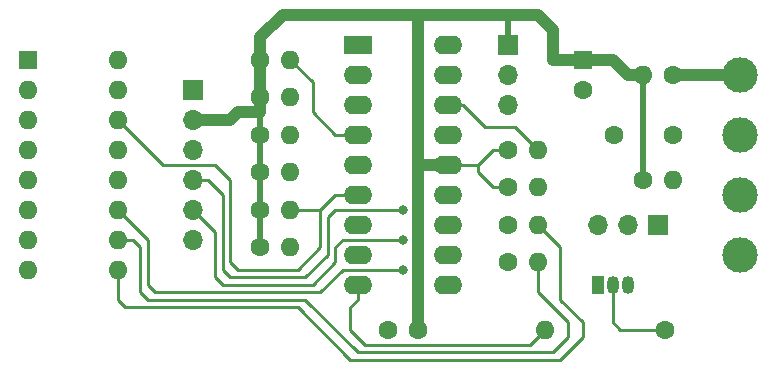
<source format=gbr>
%TF.GenerationSoftware,KiCad,Pcbnew,7.0.10*%
%TF.CreationDate,2025-08-08T15:07:21-06:00*%
%TF.ProjectId,Speedo,53706565-646f-42e6-9b69-6361645f7063,1.00*%
%TF.SameCoordinates,Original*%
%TF.FileFunction,Copper,L1,Top*%
%TF.FilePolarity,Positive*%
%FSLAX46Y46*%
G04 Gerber Fmt 4.6, Leading zero omitted, Abs format (unit mm)*
G04 Created by KiCad (PCBNEW 7.0.10) date 2025-08-08 15:07:21*
%MOMM*%
%LPD*%
G01*
G04 APERTURE LIST*
%TA.AperFunction,ComponentPad*%
%ADD10C,1.600000*%
%TD*%
%TA.AperFunction,ComponentPad*%
%ADD11O,1.600000X1.600000*%
%TD*%
%TA.AperFunction,ComponentPad*%
%ADD12R,1.700000X1.700000*%
%TD*%
%TA.AperFunction,ComponentPad*%
%ADD13O,1.700000X1.700000*%
%TD*%
%TA.AperFunction,ComponentPad*%
%ADD14R,1.600000X1.600000*%
%TD*%
%TA.AperFunction,ComponentPad*%
%ADD15C,3.000000*%
%TD*%
%TA.AperFunction,ComponentPad*%
%ADD16R,2.400000X1.600000*%
%TD*%
%TA.AperFunction,ComponentPad*%
%ADD17O,2.400000X1.600000*%
%TD*%
%TA.AperFunction,ComponentPad*%
%ADD18R,1.050000X1.500000*%
%TD*%
%TA.AperFunction,ComponentPad*%
%ADD19O,1.050000X1.500000*%
%TD*%
%TA.AperFunction,ViaPad*%
%ADD20C,0.800000*%
%TD*%
%TA.AperFunction,Conductor*%
%ADD21C,0.500000*%
%TD*%
%TA.AperFunction,Conductor*%
%ADD22C,1.000000*%
%TD*%
%TA.AperFunction,Conductor*%
%ADD23C,0.250000*%
%TD*%
G04 APERTURE END LIST*
D10*
%TO.P,R5,1*%
%TO.N,+5V*%
X93345000Y-98425000D03*
D11*
%TO.P,R5,2*%
%TO.N,Net-(U1-RA3)*%
X95885000Y-98425000D03*
%TD*%
D12*
%TO.P,Hdr3,1,Pin_1*%
%TO.N,+5V*%
X114300000Y-81280000D03*
D13*
%TO.P,Hdr3,2,Pin_2*%
%TO.N,Net-(Hdr3-Pin_2)*%
X114300000Y-83820000D03*
%TO.P,Hdr3,3,Pin_3*%
%TO.N,GND*%
X114300000Y-86360000D03*
%TD*%
D14*
%TO.P,C3,1*%
%TO.N,+5V*%
X120650000Y-82590000D03*
D10*
%TO.P,C3,2*%
%TO.N,GND*%
X120650000Y-85090000D03*
%TD*%
D12*
%TO.P,Hdr1,1,Pin_1*%
%TO.N,Net-(Hdr1-Pin_1)*%
X87630000Y-85090000D03*
D13*
%TO.P,Hdr1,2,Pin_2*%
%TO.N,+5V*%
X87630000Y-87630000D03*
%TO.P,Hdr1,3,Pin_3*%
%TO.N,GND*%
X87630000Y-90170000D03*
%TO.P,Hdr1,4,Pin_4*%
%TO.N,Net-(Hdr1-Pin_4)*%
X87630000Y-92710000D03*
%TO.P,Hdr1,5,Pin_5*%
%TO.N,Net-(Hdr1-Pin_5)*%
X87630000Y-95250000D03*
%TO.P,Hdr1,6,Pin_6*%
%TO.N,unconnected-(Hdr1-Pin_6-Pad6)*%
X87630000Y-97790000D03*
%TD*%
D10*
%TO.P,C1,1*%
%TO.N,Net-(Hdr2-Pin_1)*%
X123270000Y-88900000D03*
%TO.P,C1,2*%
%TO.N,GND*%
X128270000Y-88900000D03*
%TD*%
%TO.P,R1,1*%
%TO.N,+5V*%
X114300000Y-93345000D03*
D11*
%TO.P,R1,2*%
%TO.N,Net-(U1-OSC2{slash}RA6)*%
X116840000Y-93345000D03*
%TD*%
D15*
%TO.P,TP2,1,1*%
%TO.N,GND*%
X133985000Y-88960000D03*
%TD*%
D10*
%TO.P,C2,1*%
%TO.N,+5V*%
X106660000Y-105410000D03*
%TO.P,C2,2*%
%TO.N,GND*%
X104160000Y-105410000D03*
%TD*%
%TO.P,R3,1*%
%TO.N,+5V*%
X93345000Y-82550000D03*
D11*
%TO.P,R3,2*%
%TO.N,Net-(Hdr1-Pin_1)*%
X95885000Y-82550000D03*
%TD*%
D14*
%TO.P,SW1,1*%
%TO.N,GND*%
X73660000Y-82550000D03*
D11*
%TO.P,SW1,2*%
X73660000Y-85090000D03*
%TO.P,SW1,3*%
X73660000Y-87630000D03*
%TO.P,SW1,4*%
X73660000Y-90170000D03*
%TO.P,SW1,5*%
X73660000Y-92710000D03*
%TO.P,SW1,6*%
X73660000Y-95250000D03*
%TO.P,SW1,7*%
X73660000Y-97790000D03*
%TO.P,SW1,8*%
X73660000Y-100330000D03*
%TO.P,SW1,9*%
%TO.N,Net-(R9-Pad2)*%
X81280000Y-100330000D03*
%TO.P,SW1,10*%
%TO.N,Net-(R10-Pad2)*%
X81280000Y-97790000D03*
%TO.P,SW1,11*%
%TO.N,Net-(U1-RB5)*%
X81280000Y-95250000D03*
%TO.P,SW1,12*%
%TO.N,Net-(U1-RA4)*%
X81280000Y-92710000D03*
%TO.P,SW1,13*%
%TO.N,Net-(U1-RA3)*%
X81280000Y-90170000D03*
%TO.P,SW1,14*%
%TO.N,Net-(U1-RA2)*%
X81280000Y-87630000D03*
%TO.P,SW1,15*%
%TO.N,Net-(U1-RA1)*%
X81280000Y-85090000D03*
%TO.P,SW1,16*%
%TO.N,Net-(U1-RA0)*%
X81280000Y-82550000D03*
%TD*%
D10*
%TO.P,R9,1*%
%TO.N,Net-(Hdr1-Pin_4)*%
X114300000Y-96520000D03*
D11*
%TO.P,R9,2*%
%TO.N,Net-(R9-Pad2)*%
X116840000Y-96520000D03*
%TD*%
D10*
%TO.P,R13,1*%
%TO.N,+5V*%
X125730000Y-92710000D03*
D11*
%TO.P,R13,2*%
%TO.N,Net-(Hdr2-Pin_1)*%
X128270000Y-92710000D03*
%TD*%
D10*
%TO.P,R4,1*%
%TO.N,+5V*%
X93345000Y-92075000D03*
D11*
%TO.P,R4,2*%
%TO.N,Net-(U1-RA4)*%
X95885000Y-92075000D03*
%TD*%
D10*
%TO.P,R6,1*%
%TO.N,+5V*%
X93345000Y-95250000D03*
D11*
%TO.P,R6,2*%
%TO.N,Net-(U1-RA2)*%
X95885000Y-95250000D03*
%TD*%
D10*
%TO.P,R7,1*%
%TO.N,+5V*%
X93345000Y-88900000D03*
D11*
%TO.P,R7,2*%
%TO.N,Net-(U1-RA1)*%
X95885000Y-88900000D03*
%TD*%
D10*
%TO.P,R10,1*%
%TO.N,Net-(Hdr1-Pin_5)*%
X114300000Y-99695000D03*
D11*
%TO.P,R10,2*%
%TO.N,Net-(R10-Pad2)*%
X116840000Y-99695000D03*
%TD*%
D10*
%TO.P,R11,1*%
%TO.N,Net-(R11-Pad1)*%
X128270000Y-83820000D03*
D11*
%TO.P,R11,2*%
%TO.N,+5V*%
X125730000Y-83820000D03*
%TD*%
D15*
%TO.P,TP4,1,1*%
%TO.N,Net-(Hdr2-Pin_2)*%
X133985000Y-99060000D03*
%TD*%
D10*
%TO.P,R2,1*%
%TO.N,+5V*%
X114300000Y-90170000D03*
D11*
%TO.P,R2,2*%
%TO.N,Net-(U1-OSC1{slash}RA7)*%
X116840000Y-90170000D03*
%TD*%
D15*
%TO.P,TP3,1,1*%
%TO.N,Net-(Hdr2-Pin_1)*%
X133985000Y-94010000D03*
%TD*%
D16*
%TO.P,U1,1,RA0*%
%TO.N,Net-(U1-RA0)*%
X101600000Y-81280000D03*
D17*
%TO.P,U1,2,RA1*%
%TO.N,Net-(U1-RA1)*%
X101600000Y-83820000D03*
%TO.P,U1,3,RA4*%
%TO.N,Net-(U1-RA4)*%
X101600000Y-86360000D03*
%TO.P,U1,4,-MCLR/Vpp/RA5*%
%TO.N,Net-(Hdr1-Pin_1)*%
X101600000Y-88900000D03*
%TO.P,U1,5,Vss*%
%TO.N,GND*%
X101600000Y-91440000D03*
%TO.P,U1,6,RA2*%
%TO.N,Net-(U1-RA2)*%
X101600000Y-93980000D03*
%TO.P,U1,7,RA3*%
%TO.N,Net-(U1-RA3)*%
X101600000Y-96520000D03*
%TO.P,U1,8,RB0/INT0*%
%TO.N,Net-(Hdr2-Pin_1)*%
X101600000Y-99060000D03*
%TO.P,U1,9,RB1*%
%TO.N,Net-(U1-RB1)*%
X101600000Y-101600000D03*
%TO.P,U1,10,RB4*%
%TO.N,unconnected-(U1-RB4-Pad10)*%
X109220000Y-101600000D03*
%TO.P,U1,11,RB5*%
%TO.N,Net-(U1-RB5)*%
X109220000Y-99060000D03*
%TO.P,U1,12,RB6/PGC*%
%TO.N,Net-(Hdr1-Pin_5)*%
X109220000Y-96520000D03*
%TO.P,U1,13,RB7/PGD*%
%TO.N,Net-(Hdr1-Pin_4)*%
X109220000Y-93980000D03*
%TO.P,U1,14,Vdd*%
%TO.N,+5V*%
X109220000Y-91440000D03*
%TO.P,U1,15,OSC2/RA6*%
%TO.N,Net-(U1-OSC2{slash}RA6)*%
X109220000Y-88900000D03*
%TO.P,U1,16,OSC1/RA7*%
%TO.N,Net-(U1-OSC1{slash}RA7)*%
X109220000Y-86360000D03*
%TO.P,U1,17,RB2*%
%TO.N,Net-(Hdr3-Pin_2)*%
X109220000Y-83820000D03*
%TO.P,U1,18,RB3*%
%TO.N,unconnected-(U1-RB3-Pad18)*%
X109220000Y-81280000D03*
%TD*%
D10*
%TO.P,R8,1*%
%TO.N,+5V*%
X93345000Y-85725000D03*
D11*
%TO.P,R8,2*%
%TO.N,Net-(U1-RA0)*%
X95885000Y-85725000D03*
%TD*%
D15*
%TO.P,TP1,1,1*%
%TO.N,Net-(R11-Pad1)*%
X133985000Y-83820000D03*
%TD*%
D10*
%TO.P,R12,1*%
%TO.N,Net-(Q1-B)*%
X127635000Y-105410000D03*
D11*
%TO.P,R12,2*%
%TO.N,Net-(U1-RB1)*%
X117475000Y-105410000D03*
%TD*%
D18*
%TO.P,Q1,1,E*%
%TO.N,GND*%
X121920000Y-101600000D03*
D19*
%TO.P,Q1,2,B*%
%TO.N,Net-(Q1-B)*%
X123190000Y-101600000D03*
%TO.P,Q1,3,C*%
%TO.N,Net-(Hdr2-Pin_3)*%
X124460000Y-101600000D03*
%TD*%
D12*
%TO.P,Hdr2,1,Pin_1*%
%TO.N,Net-(Hdr2-Pin_1)*%
X127000000Y-96520000D03*
D13*
%TO.P,Hdr2,2,Pin_2*%
%TO.N,Net-(Hdr2-Pin_2)*%
X124460000Y-96520000D03*
%TO.P,Hdr2,3,Pin_3*%
%TO.N,Net-(Hdr2-Pin_3)*%
X121920000Y-96520000D03*
%TD*%
D20*
%TO.N,Net-(Hdr1-Pin_4)*%
X105410000Y-95250000D03*
%TO.N,Net-(Hdr1-Pin_5)*%
X105410000Y-97790000D03*
%TO.N,Net-(U1-RB5)*%
X105410000Y-100330000D03*
%TD*%
D21*
%TO.N,+5V*%
X114300000Y-81280000D02*
X114300000Y-78740000D01*
D22*
X118110000Y-82550000D02*
X118110000Y-80010000D01*
X118110000Y-80010000D02*
X116840000Y-78740000D01*
D21*
X125730000Y-92710000D02*
X125730000Y-83820000D01*
D23*
X111760000Y-91440000D02*
X109220000Y-91440000D01*
D22*
X118150000Y-82590000D02*
X118110000Y-82550000D01*
D23*
X114300000Y-90170000D02*
X113030000Y-90170000D01*
D22*
X93345000Y-80645000D02*
X93345000Y-86995000D01*
X125730000Y-83820000D02*
X124460000Y-83820000D01*
X106680000Y-78740000D02*
X95250000Y-78740000D01*
X124460000Y-83820000D02*
X123190000Y-82550000D01*
X95250000Y-78740000D02*
X93345000Y-80645000D01*
D23*
X123190000Y-82550000D02*
X123150000Y-82590000D01*
D22*
X114300000Y-78740000D02*
X106680000Y-78740000D01*
X123150000Y-82590000D02*
X120650000Y-82590000D01*
X106660000Y-91460000D02*
X106660000Y-105410000D01*
X91440000Y-86995000D02*
X90805000Y-87630000D01*
X116840000Y-78740000D02*
X114300000Y-78740000D01*
D23*
X113030000Y-90170000D02*
X111760000Y-91440000D01*
X114300000Y-93345000D02*
X113030000Y-93345000D01*
D22*
X93345000Y-86995000D02*
X91440000Y-86995000D01*
D23*
X111760000Y-92075000D02*
X111760000Y-91440000D01*
X113030000Y-93345000D02*
X111760000Y-92075000D01*
D22*
X106680000Y-91440000D02*
X106660000Y-91460000D01*
X90805000Y-87630000D02*
X87630000Y-87630000D01*
D21*
X93345000Y-86995000D02*
X93345000Y-98425000D01*
D22*
X120650000Y-82590000D02*
X118150000Y-82590000D01*
X106680000Y-78740000D02*
X106680000Y-91440000D01*
X106680000Y-91440000D02*
X109220000Y-91440000D01*
D23*
%TO.N,Net-(Hdr1-Pin_1)*%
X97790000Y-84455000D02*
X95885000Y-82550000D01*
X101600000Y-88900000D02*
X99695000Y-88900000D01*
X97790000Y-86995000D02*
X97790000Y-84455000D01*
X99695000Y-88900000D02*
X97790000Y-86995000D01*
%TO.N,Net-(Hdr1-Pin_4)*%
X90170000Y-93980000D02*
X88900000Y-92710000D01*
X90170000Y-100330000D02*
X90170000Y-93980000D01*
X105410000Y-95250000D02*
X99695000Y-95250000D01*
X99695000Y-95250000D02*
X99060000Y-95885000D01*
X88900000Y-92710000D02*
X87630000Y-92710000D01*
X99060000Y-95885000D02*
X99060000Y-99060000D01*
X97155000Y-100965000D02*
X90805000Y-100965000D01*
X90805000Y-100965000D02*
X90170000Y-100330000D01*
X99060000Y-99060000D02*
X97155000Y-100965000D01*
%TO.N,Net-(Hdr1-Pin_5)*%
X99695000Y-98425000D02*
X99695000Y-99695000D01*
X97790000Y-101600000D02*
X90170000Y-101600000D01*
X89535000Y-100965000D02*
X89535000Y-97155000D01*
X90170000Y-101600000D02*
X89535000Y-100965000D01*
X99695000Y-99695000D02*
X97790000Y-101600000D01*
X105410000Y-97790000D02*
X100330000Y-97790000D01*
X89535000Y-97155000D02*
X87630000Y-95250000D01*
X100330000Y-97790000D02*
X99695000Y-98425000D01*
%TO.N,Net-(Q1-B)*%
X123825000Y-105410000D02*
X127635000Y-105410000D01*
X123190000Y-101600000D02*
X123190000Y-104775000D01*
X123190000Y-104775000D02*
X123825000Y-105410000D01*
%TO.N,Net-(U1-OSC1{slash}RA7)*%
X116840000Y-90170000D02*
X114935000Y-88265000D01*
X112395000Y-88265000D02*
X110490000Y-86360000D01*
X110490000Y-86360000D02*
X109220000Y-86360000D01*
X114935000Y-88265000D02*
X112395000Y-88265000D01*
%TO.N,Net-(U1-RA2)*%
X91440000Y-100330000D02*
X90805000Y-99695000D01*
X89535000Y-91440000D02*
X85090000Y-91440000D01*
X90805000Y-99695000D02*
X90805000Y-92710000D01*
X96520000Y-100330000D02*
X91440000Y-100330000D01*
X85090000Y-91440000D02*
X81280000Y-87630000D01*
X98425000Y-95250000D02*
X98425000Y-98425000D01*
X99695000Y-93980000D02*
X98425000Y-95250000D01*
X98425000Y-98425000D02*
X96520000Y-100330000D01*
X98425000Y-95250000D02*
X95885000Y-95250000D01*
X101600000Y-93980000D02*
X99695000Y-93980000D01*
X90805000Y-92710000D02*
X89535000Y-91440000D01*
%TO.N,Net-(R9-Pad2)*%
X81280000Y-102870000D02*
X81915000Y-103505000D01*
X118745000Y-102870000D02*
X118745000Y-98425000D01*
X81280000Y-100330000D02*
X81280000Y-102870000D01*
X118745000Y-98425000D02*
X116840000Y-96520000D01*
X100965000Y-107950000D02*
X118745000Y-107950000D01*
X81915000Y-103505000D02*
X96520000Y-103505000D01*
X120650000Y-104775000D02*
X118745000Y-102870000D01*
X96520000Y-103505000D02*
X100965000Y-107950000D01*
X118745000Y-107950000D02*
X120650000Y-106045000D01*
X120650000Y-106045000D02*
X120650000Y-104775000D01*
%TO.N,Net-(R10-Pad2)*%
X83185000Y-98425000D02*
X82550000Y-97790000D01*
X101600000Y-107315000D02*
X118110000Y-107315000D01*
X101600000Y-107315000D02*
X97155000Y-102870000D01*
X83185000Y-102235000D02*
X83185000Y-98425000D01*
X83820000Y-102870000D02*
X83185000Y-102235000D01*
X82550000Y-97790000D02*
X81280000Y-97790000D01*
X97155000Y-102870000D02*
X83820000Y-102870000D01*
X116840000Y-102235000D02*
X116840000Y-99695000D01*
X118110000Y-107315000D02*
X119380000Y-106045000D01*
X119380000Y-106045000D02*
X119380000Y-104775000D01*
X119380000Y-104775000D02*
X116840000Y-102235000D01*
D22*
%TO.N,Net-(R11-Pad1)*%
X133985000Y-83820000D02*
X128270000Y-83820000D01*
D23*
%TO.N,Net-(U1-RB1)*%
X100965000Y-105410000D02*
X100965000Y-103505000D01*
X116205000Y-106680000D02*
X102235000Y-106680000D01*
X100965000Y-103505000D02*
X101600000Y-102870000D01*
X117475000Y-105410000D02*
X116205000Y-106680000D01*
X101600000Y-102870000D02*
X101600000Y-101600000D01*
X102235000Y-106680000D02*
X100965000Y-105410000D01*
%TO.N,Net-(U1-RB5)*%
X98425000Y-102235000D02*
X84455000Y-102235000D01*
X83820000Y-97790000D02*
X81280000Y-95250000D01*
X105410000Y-100330000D02*
X100330000Y-100330000D01*
X100330000Y-100330000D02*
X98425000Y-102235000D01*
X83820000Y-101600000D02*
X83820000Y-97790000D01*
X84455000Y-102235000D02*
X83820000Y-101600000D01*
%TD*%
M02*

</source>
